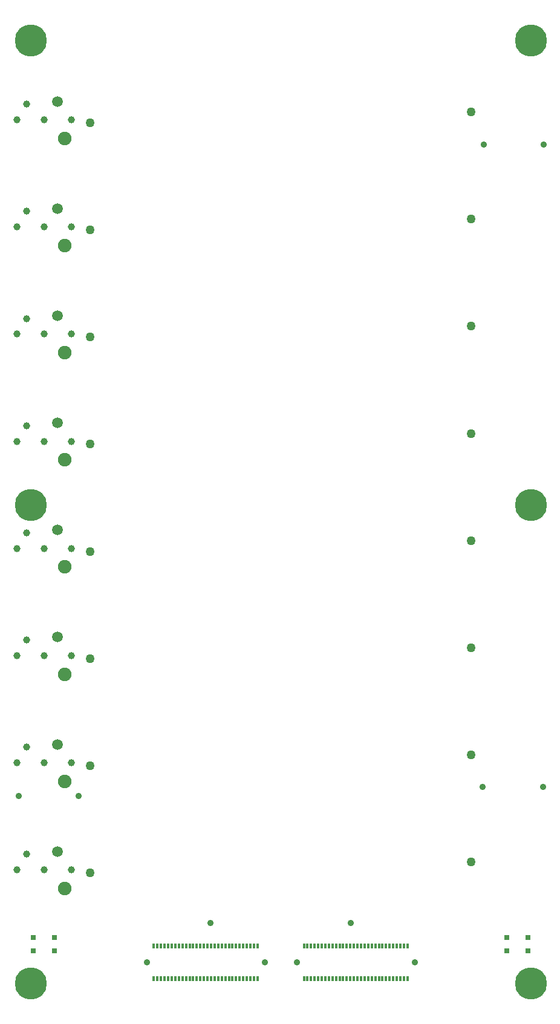
<source format=gbs>
%TF.GenerationSoftware,KiCad,Pcbnew,(5.1.10)-1*%
%TF.CreationDate,2021-12-10T15:36:21-05:00*%
%TF.ProjectId,backplane,6261636b-706c-4616-9e65-2e6b69636164,rev?*%
%TF.SameCoordinates,Original*%
%TF.FileFunction,Soldermask,Bot*%
%TF.FilePolarity,Negative*%
%FSLAX46Y46*%
G04 Gerber Fmt 4.6, Leading zero omitted, Abs format (unit mm)*
G04 Created by KiCad (PCBNEW (5.1.10)-1) date 2021-12-10 15:36:21*
%MOMM*%
%LPD*%
G01*
G04 APERTURE LIST*
%ADD10R,0.650000X0.700000*%
%ADD11C,4.500000*%
%ADD12C,1.000000*%
%ADD13C,1.500000*%
%ADD14C,1.270000*%
%ADD15R,0.300000X0.700000*%
%ADD16C,0.900000*%
%ADD17C,1.900000*%
G04 APERTURE END LIST*
D10*
%TO.C,SW101*%
X34625000Y9450000D03*
X31675000Y9450000D03*
X34625000Y7550000D03*
X31675000Y7550000D03*
%TD*%
%TO.C,SW100*%
X-31675000Y9450000D03*
X-34625000Y9450000D03*
X-31675000Y7550000D03*
X-34625000Y7550000D03*
%TD*%
D11*
%TO.C,MH105*%
X35000000Y135000000D03*
%TD*%
%TO.C,MH104*%
X-35000000Y70000000D03*
%TD*%
%TO.C,MH103*%
X35000000Y70000000D03*
%TD*%
%TO.C,MH102*%
X35000000Y3000000D03*
%TD*%
%TO.C,MH101*%
X-35000000Y3000000D03*
%TD*%
%TO.C,MH100*%
X-35000000Y135000000D03*
%TD*%
D12*
%TO.C,J200_8*%
X-36930000Y123900000D03*
X-35530000Y126100000D03*
X-33130000Y123900000D03*
D13*
X-31230000Y126490000D03*
D12*
X-29330000Y123900000D03*
D14*
X-26700000Y123500000D03*
X26700000Y125000000D03*
%TD*%
D12*
%TO.C,J200_7*%
X-36930000Y108900000D03*
X-35530000Y111100000D03*
X-33130000Y108900000D03*
D13*
X-31230000Y111490000D03*
D12*
X-29330000Y108900000D03*
D14*
X-26700000Y108500000D03*
X26700000Y110000000D03*
%TD*%
D12*
%TO.C,J200_6*%
X-36930000Y93900000D03*
X-35530000Y96100000D03*
X-33130000Y93900000D03*
D13*
X-31230000Y96490000D03*
D12*
X-29330000Y93900000D03*
D14*
X-26700000Y93500000D03*
X26700000Y95000000D03*
%TD*%
D12*
%TO.C,J200_5*%
X-36930000Y78900000D03*
X-35530000Y81100000D03*
X-33130000Y78900000D03*
D13*
X-31230000Y81490000D03*
D12*
X-29330000Y78900000D03*
D14*
X-26700000Y78500000D03*
X26700000Y80000000D03*
%TD*%
D12*
%TO.C,J200_4*%
X-36930000Y63900000D03*
X-35530000Y66100000D03*
X-33130000Y63900000D03*
D13*
X-31230000Y66490000D03*
D12*
X-29330000Y63900000D03*
D14*
X-26700000Y63500000D03*
X26700000Y65000000D03*
%TD*%
D12*
%TO.C,J200_3*%
X-36930000Y48900000D03*
X-35530000Y51100000D03*
X-33130000Y48900000D03*
D13*
X-31230000Y51490000D03*
D12*
X-29330000Y48900000D03*
D14*
X-26700000Y48500000D03*
X26700000Y50000000D03*
%TD*%
D12*
%TO.C,J200_2*%
X-36930000Y33900000D03*
X-35530000Y36100000D03*
X-33130000Y33900000D03*
D13*
X-31230000Y36490000D03*
D12*
X-29330000Y33900000D03*
D14*
X-26700000Y33500000D03*
X26700000Y35000000D03*
%TD*%
D12*
%TO.C,J200_1*%
X-36930000Y18900000D03*
X-35530000Y21100000D03*
X-33130000Y18900000D03*
D13*
X-31230000Y21490000D03*
D12*
X-29330000Y18900000D03*
D14*
X-26700000Y18500000D03*
X26700000Y20000000D03*
%TD*%
D15*
%TO.C,J301*%
X3250000Y8300000D03*
X3250000Y3700000D03*
X3750000Y8300000D03*
X3750000Y3700000D03*
X4250000Y8300000D03*
X4250000Y3700000D03*
X4750000Y8300000D03*
X4750000Y3700000D03*
X5250000Y8300000D03*
X5250000Y3700000D03*
X5750000Y8300000D03*
X5750000Y3700000D03*
X6250000Y8300000D03*
X6250000Y3700000D03*
X6750000Y8300000D03*
X6750000Y3700000D03*
X7250000Y8300000D03*
X7250000Y3700000D03*
X7750000Y8300000D03*
X7750000Y3700000D03*
X8250000Y8300000D03*
X8250000Y3700000D03*
X8750000Y8300000D03*
X8750000Y3700000D03*
X9250000Y8300000D03*
X9250000Y3700000D03*
X9750000Y8300000D03*
X9750000Y3700000D03*
X10250000Y8300000D03*
X10250000Y3700000D03*
X10750000Y8300000D03*
X10750000Y3700000D03*
X11250000Y8300000D03*
X11250000Y3700000D03*
X11750000Y8300000D03*
X11750000Y3700000D03*
X12250000Y8300000D03*
X12250000Y3700000D03*
X12750000Y8300000D03*
X12750000Y3700000D03*
D16*
X2250000Y6000000D03*
X18750000Y6000000D03*
D15*
X13250000Y8300000D03*
X13250000Y3700000D03*
X13750000Y8300000D03*
X13750000Y3700000D03*
X14250000Y8300000D03*
X14250000Y3700000D03*
X14750000Y8300000D03*
X14750000Y3700000D03*
X15250000Y8300000D03*
X15250000Y3700000D03*
X15750000Y8300000D03*
X15750000Y3700000D03*
X16250000Y8300000D03*
X16250000Y3700000D03*
X16750000Y8300000D03*
X16750000Y3700000D03*
X17250000Y8300000D03*
X17250000Y3700000D03*
X17750000Y8300000D03*
X17750000Y3700000D03*
%TD*%
%TO.C,J300*%
X-17750000Y8300000D03*
X-17750000Y3700000D03*
X-17250000Y8300000D03*
X-17250000Y3700000D03*
X-16750000Y8300000D03*
X-16750000Y3700000D03*
X-16250000Y8300000D03*
X-16250000Y3700000D03*
X-15750000Y8300000D03*
X-15750000Y3700000D03*
X-15250000Y8300000D03*
X-15250000Y3700000D03*
X-14750000Y8300000D03*
X-14750000Y3700000D03*
X-14250000Y8300000D03*
X-14250000Y3700000D03*
X-13750000Y8300000D03*
X-13750000Y3700000D03*
X-13250000Y8300000D03*
X-13250000Y3700000D03*
X-12750000Y8300000D03*
X-12750000Y3700000D03*
X-12250000Y8300000D03*
X-12250000Y3700000D03*
X-11750000Y8300000D03*
X-11750000Y3700000D03*
X-11250000Y8300000D03*
X-11250000Y3700000D03*
X-10750000Y8300000D03*
X-10750000Y3700000D03*
X-10250000Y8300000D03*
X-10250000Y3700000D03*
X-9750000Y8300000D03*
X-9750000Y3700000D03*
X-9250000Y8300000D03*
X-9250000Y3700000D03*
X-8750000Y8300000D03*
X-8750000Y3700000D03*
X-8250000Y8300000D03*
X-8250000Y3700000D03*
D16*
X-18750000Y6000000D03*
X-2250000Y6000000D03*
D15*
X-7750000Y8300000D03*
X-7750000Y3700000D03*
X-7250000Y8300000D03*
X-7250000Y3700000D03*
X-6750000Y8300000D03*
X-6750000Y3700000D03*
X-6250000Y8300000D03*
X-6250000Y3700000D03*
X-5750000Y8300000D03*
X-5750000Y3700000D03*
X-5250000Y8300000D03*
X-5250000Y3700000D03*
X-4750000Y8300000D03*
X-4750000Y3700000D03*
X-4250000Y8300000D03*
X-4250000Y3700000D03*
X-3750000Y8300000D03*
X-3750000Y3700000D03*
X-3250000Y8300000D03*
X-3250000Y3700000D03*
%TD*%
D16*
%TO.C,J107*%
X28300000Y30500000D03*
X36700000Y30500000D03*
%TD*%
%TO.C,J106*%
X28400000Y120400000D03*
X36800000Y120400000D03*
%TD*%
%TO.C,J105*%
X-36700000Y29250000D03*
X-28300000Y29250000D03*
%TD*%
%TO.C,J100*%
X9800000Y11500000D03*
X-9800000Y11500000D03*
%TD*%
D17*
%TO.C,D600_8*%
X-30230000Y121309000D03*
%TD*%
%TO.C,D600_7*%
X-30230000Y106309000D03*
%TD*%
%TO.C,D600_6*%
X-30230000Y91309000D03*
%TD*%
%TO.C,D600_5*%
X-30230000Y76310000D03*
%TD*%
%TO.C,D600_4*%
X-30230000Y61310000D03*
%TD*%
%TO.C,D600_3*%
X-30230000Y46310000D03*
%TD*%
%TO.C,D600_2*%
X-30230000Y31310000D03*
%TD*%
%TO.C,D600_1*%
X-30230000Y16310000D03*
%TD*%
M02*

</source>
